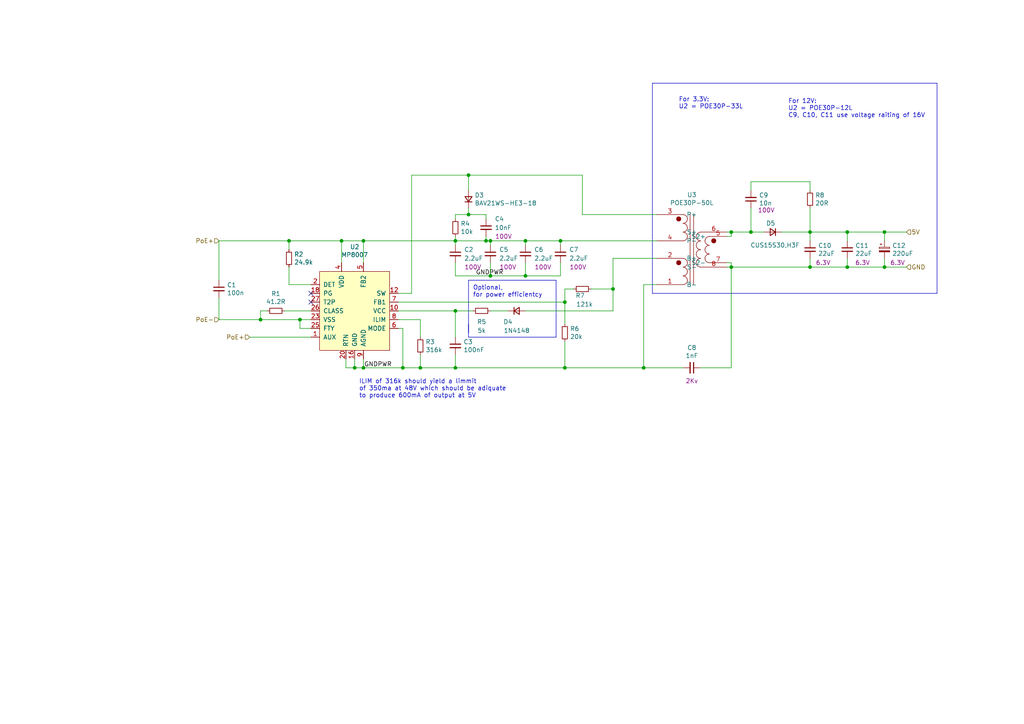
<source format=kicad_sch>
(kicad_sch (version 20230121) (generator eeschema)

  (uuid 6a45789b-3855-401f-8139-3c734f7f52f9)

  (paper "A4")

  (lib_symbols
    (symbol "Device:CP_Small" (pin_numbers hide) (pin_names (offset 0.254) hide) (in_bom yes) (on_board yes)
      (property "Reference" "C" (at 0.254 1.778 0)
        (effects (font (size 1.27 1.27)) (justify left))
      )
      (property "Value" "Device_CP_Small" (at 0.254 -2.032 0)
        (effects (font (size 1.27 1.27)) (justify left))
      )
      (property "Footprint" "" (at 0 0 0)
        (effects (font (size 1.27 1.27)) hide)
      )
      (property "Datasheet" "" (at 0 0 0)
        (effects (font (size 1.27 1.27)) hide)
      )
      (property "ki_fp_filters" "CP_*" (at 0 0 0)
        (effects (font (size 1.27 1.27)) hide)
      )
      (symbol "CP_Small_0_1"
        (rectangle (start -1.524 -0.3048) (end 1.524 -0.6858)
          (stroke (width 0) (type default))
          (fill (type outline))
        )
        (rectangle (start -1.524 0.6858) (end 1.524 0.3048)
          (stroke (width 0) (type default))
          (fill (type none))
        )
        (polyline
          (pts
            (xy -1.27 1.524)
            (xy -0.762 1.524)
          )
          (stroke (width 0) (type default))
          (fill (type none))
        )
        (polyline
          (pts
            (xy -1.016 1.27)
            (xy -1.016 1.778)
          )
          (stroke (width 0) (type default))
          (fill (type none))
        )
      )
      (symbol "CP_Small_1_1"
        (pin passive line (at 0 2.54 270) (length 1.8542)
          (name "~" (effects (font (size 1.27 1.27))))
          (number "1" (effects (font (size 1.27 1.27))))
        )
        (pin passive line (at 0 -2.54 90) (length 1.8542)
          (name "~" (effects (font (size 1.27 1.27))))
          (number "2" (effects (font (size 1.27 1.27))))
        )
      )
    )
    (symbol "Device:C_Small" (pin_numbers hide) (pin_names (offset 0.254) hide) (in_bom yes) (on_board yes)
      (property "Reference" "C" (at 0.254 1.778 0)
        (effects (font (size 1.27 1.27)) (justify left))
      )
      (property "Value" "C_Small" (at 0.254 -2.032 0)
        (effects (font (size 1.27 1.27)) (justify left))
      )
      (property "Footprint" "" (at 0 0 0)
        (effects (font (size 1.27 1.27)) hide)
      )
      (property "Datasheet" "~" (at 0 0 0)
        (effects (font (size 1.27 1.27)) hide)
      )
      (property "ki_keywords" "capacitor cap" (at 0 0 0)
        (effects (font (size 1.27 1.27)) hide)
      )
      (property "ki_description" "Unpolarized capacitor, small symbol" (at 0 0 0)
        (effects (font (size 1.27 1.27)) hide)
      )
      (property "ki_fp_filters" "C_*" (at 0 0 0)
        (effects (font (size 1.27 1.27)) hide)
      )
      (symbol "C_Small_0_1"
        (polyline
          (pts
            (xy -1.524 -0.508)
            (xy 1.524 -0.508)
          )
          (stroke (width 0.3302) (type default))
          (fill (type none))
        )
        (polyline
          (pts
            (xy -1.524 0.508)
            (xy 1.524 0.508)
          )
          (stroke (width 0.3048) (type default))
          (fill (type none))
        )
      )
      (symbol "C_Small_1_1"
        (pin passive line (at 0 2.54 270) (length 2.032)
          (name "~" (effects (font (size 1.27 1.27))))
          (number "1" (effects (font (size 1.27 1.27))))
        )
        (pin passive line (at 0 -2.54 90) (length 2.032)
          (name "~" (effects (font (size 1.27 1.27))))
          (number "2" (effects (font (size 1.27 1.27))))
        )
      )
    )
    (symbol "Device:D_Small" (pin_numbers hide) (pin_names (offset 0.254) hide) (in_bom yes) (on_board yes)
      (property "Reference" "D" (at -1.27 2.032 0)
        (effects (font (size 1.27 1.27)) (justify left))
      )
      (property "Value" "D_Small" (at -3.81 -2.032 0)
        (effects (font (size 1.27 1.27)) (justify left))
      )
      (property "Footprint" "" (at 0 0 90)
        (effects (font (size 1.27 1.27)) hide)
      )
      (property "Datasheet" "~" (at 0 0 90)
        (effects (font (size 1.27 1.27)) hide)
      )
      (property "ki_keywords" "diode" (at 0 0 0)
        (effects (font (size 1.27 1.27)) hide)
      )
      (property "ki_description" "Diode, small symbol" (at 0 0 0)
        (effects (font (size 1.27 1.27)) hide)
      )
      (property "ki_fp_filters" "TO-???* *_Diode_* *SingleDiode* D_*" (at 0 0 0)
        (effects (font (size 1.27 1.27)) hide)
      )
      (symbol "D_Small_0_1"
        (polyline
          (pts
            (xy -0.762 -1.016)
            (xy -0.762 1.016)
          )
          (stroke (width 0.254) (type default))
          (fill (type none))
        )
        (polyline
          (pts
            (xy -0.762 0)
            (xy 0.762 0)
          )
          (stroke (width 0) (type default))
          (fill (type none))
        )
        (polyline
          (pts
            (xy 0.762 -1.016)
            (xy -0.762 0)
            (xy 0.762 1.016)
            (xy 0.762 -1.016)
          )
          (stroke (width 0.254) (type default))
          (fill (type none))
        )
      )
      (symbol "D_Small_1_1"
        (pin passive line (at -2.54 0 0) (length 1.778)
          (name "K" (effects (font (size 1.27 1.27))))
          (number "1" (effects (font (size 1.27 1.27))))
        )
        (pin passive line (at 2.54 0 180) (length 1.778)
          (name "A" (effects (font (size 1.27 1.27))))
          (number "2" (effects (font (size 1.27 1.27))))
        )
      )
    )
    (symbol "Device:R_Small" (pin_numbers hide) (pin_names (offset 0.254) hide) (in_bom yes) (on_board yes)
      (property "Reference" "R" (at 0.762 0.508 0)
        (effects (font (size 1.27 1.27)) (justify left))
      )
      (property "Value" "R_Small" (at 0.762 -1.016 0)
        (effects (font (size 1.27 1.27)) (justify left))
      )
      (property "Footprint" "" (at 0 0 0)
        (effects (font (size 1.27 1.27)) hide)
      )
      (property "Datasheet" "~" (at 0 0 0)
        (effects (font (size 1.27 1.27)) hide)
      )
      (property "ki_keywords" "R resistor" (at 0 0 0)
        (effects (font (size 1.27 1.27)) hide)
      )
      (property "ki_description" "Resistor, small symbol" (at 0 0 0)
        (effects (font (size 1.27 1.27)) hide)
      )
      (property "ki_fp_filters" "R_*" (at 0 0 0)
        (effects (font (size 1.27 1.27)) hide)
      )
      (symbol "R_Small_0_1"
        (rectangle (start -0.762 1.778) (end 0.762 -1.778)
          (stroke (width 0.2032) (type default))
          (fill (type none))
        )
      )
      (symbol "R_Small_1_1"
        (pin passive line (at 0 2.54 270) (length 0.762)
          (name "~" (effects (font (size 1.27 1.27))))
          (number "1" (effects (font (size 1.27 1.27))))
        )
        (pin passive line (at 0 -2.54 90) (length 0.762)
          (name "~" (effects (font (size 1.27 1.27))))
          (number "2" (effects (font (size 1.27 1.27))))
        )
      )
    )
    (symbol "b033:POE70P-50L" (pin_names (offset 1.016)) (in_bom yes) (on_board yes)
      (property "Reference" "U" (at 0 0 0)
        (effects (font (size 1.27 1.27)))
      )
      (property "Value" "POE70P-50L" (at 0 12.7 0)
        (effects (font (size 1.27 1.27)))
      )
      (property "Footprint" "" (at 0 0 0)
        (effects (font (size 1.27 1.27)) hide)
      )
      (property "Datasheet" "" (at 0 0 0)
        (effects (font (size 1.27 1.27)) hide)
      )
      (symbol "POE70P-50L_0_1"
        (circle (center -3.81 -3.81) (radius 0.635)
          (stroke (width 0) (type default))
          (fill (type outline))
        )
        (circle (center -3.81 8.89) (radius 0.635)
          (stroke (width 0) (type default))
          (fill (type outline))
        )
        (circle (center 6.35 2.54) (radius 0.635)
          (stroke (width 0) (type default))
          (fill (type outline))
        )
      )
      (symbol "POE70P-50L_1_1"
        (arc (start -2.54 -10.16) (mid -1.642 -9.788) (end -1.2954 -8.89)
          (stroke (width 0) (type default))
          (fill (type none))
        )
        (arc (start -2.54 -7.62) (mid -1.642 -7.248) (end -1.2954 -6.35)
          (stroke (width 0) (type default))
          (fill (type none))
        )
        (arc (start -2.54 -5.08) (mid -1.642 -4.708) (end -1.2954 -3.81)
          (stroke (width 0) (type default))
          (fill (type none))
        )
        (arc (start -2.54 2.54) (mid -1.642 2.912) (end -1.2954 3.81)
          (stroke (width 0) (type default))
          (fill (type none))
        )
        (arc (start -2.54 5.08) (mid -1.642 5.452) (end -1.2954 6.35)
          (stroke (width 0) (type default))
          (fill (type none))
        )
        (arc (start -2.54 7.62) (mid -1.642 7.992) (end -1.2954 8.89)
          (stroke (width 0) (type default))
          (fill (type none))
        )
        (arc (start -1.2954 -8.89) (mid -1.6599 -8.0099) (end -2.54 -7.6454)
          (stroke (width 0) (type default))
          (fill (type none))
        )
        (arc (start -1.2954 -6.35) (mid -1.6599 -5.4699) (end -2.54 -5.1054)
          (stroke (width 0) (type default))
          (fill (type none))
        )
        (arc (start -1.2954 -3.81) (mid -1.6599 -2.9299) (end -2.54 -2.5654)
          (stroke (width 0) (type default))
          (fill (type none))
        )
        (arc (start -1.2954 3.81) (mid -1.6599 4.6901) (end -2.54 5.0546)
          (stroke (width 0) (type default))
          (fill (type none))
        )
        (arc (start -1.2954 6.35) (mid -1.6599 7.2301) (end -2.54 7.5946)
          (stroke (width 0) (type default))
          (fill (type none))
        )
        (arc (start -1.2954 8.89) (mid -1.6599 9.7701) (end -2.54 10.1346)
          (stroke (width 0) (type default))
          (fill (type none))
        )
        (polyline
          (pts
            (xy -0.508 -10.16)
            (xy -0.508 10.16)
          )
          (stroke (width 0) (type default))
          (fill (type none))
        )
        (polyline
          (pts
            (xy 0.508 10.16)
            (xy 0.508 -10.16)
          )
          (stroke (width 0) (type default))
          (fill (type none))
        )
        (arc (start 1.27 -3.81) (mid 1.642 -4.708) (end 2.54 -5.08)
          (stroke (width 0) (type default))
          (fill (type none))
        )
        (arc (start 1.27 -1.27) (mid 1.642 -2.168) (end 2.54 -2.54)
          (stroke (width 0) (type default))
          (fill (type none))
        )
        (arc (start 1.27 1.27) (mid 1.642 0.372) (end 2.54 0)
          (stroke (width 0) (type default))
          (fill (type none))
        )
        (arc (start 1.27 3.81) (mid 1.642 2.912) (end 2.54 2.54)
          (stroke (width 0) (type default))
          (fill (type none))
        )
        (arc (start 2.54 -2.5654) (mid 1.6599 -2.9299) (end 1.27 -3.81)
          (stroke (width 0) (type default))
          (fill (type none))
        )
        (arc (start 2.54 -0.0254) (mid 1.6599 -0.3899) (end 1.27 -1.27)
          (stroke (width 0) (type default))
          (fill (type none))
        )
        (arc (start 2.54 2.5146) (mid 1.6599 2.1501) (end 1.27 1.27)
          (stroke (width 0) (type default))
          (fill (type none))
        )
        (arc (start 2.54 5.0546) (mid 1.6599 4.6901) (end 1.27 3.81)
          (stroke (width 0) (type default))
          (fill (type none))
        )
        (arc (start 3.81 -2.54) (mid 4.182 -3.438) (end 5.08 -3.81)
          (stroke (width 0) (type default))
          (fill (type none))
        )
        (arc (start 3.81 0) (mid 4.182 -0.898) (end 5.08 -1.27)
          (stroke (width 0) (type default))
          (fill (type none))
        )
        (arc (start 3.81 2.54) (mid 4.182 1.642) (end 5.08 1.27)
          (stroke (width 0) (type default))
          (fill (type none))
        )
        (arc (start 5.08 -1.2954) (mid 4.1999 -1.6599) (end 3.81 -2.54)
          (stroke (width 0) (type default))
          (fill (type none))
        )
        (arc (start 5.08 1.2446) (mid 4.1999 0.8801) (end 3.81 0)
          (stroke (width 0) (type default))
          (fill (type none))
        )
        (arc (start 5.08 3.7846) (mid 4.1999 3.4201) (end 3.81 2.54)
          (stroke (width 0) (type default))
          (fill (type none))
        )
        (pin passive line (at -10.16 -10.16 0) (length 7.62)
          (name "B-" (effects (font (size 1.27 1.27))))
          (number "1" (effects (font (size 1.27 1.27))))
        )
        (pin passive line (at -10.16 -2.54 0) (length 7.62)
          (name "B+" (effects (font (size 1.27 1.27))))
          (number "2" (effects (font (size 1.27 1.27))))
        )
        (pin passive line (at -10.16 10.16 0) (length 7.62)
          (name "P+" (effects (font (size 1.27 1.27))))
          (number "3" (effects (font (size 1.27 1.27))))
        )
        (pin passive line (at -10.16 2.54 0) (length 7.62)
          (name "P-" (effects (font (size 1.27 1.27))))
          (number "4" (effects (font (size 1.27 1.27))))
        )
        (pin passive line (at 10.16 3.81 180) (length 5.08)
          (name "S2+" (effects (font (size 1.27 1.27))))
          (number "5" (effects (font (size 1.27 1.27))))
        )
        (pin passive line (at 10.16 5.08 180) (length 7.62)
          (name "S+" (effects (font (size 1.27 1.27))))
          (number "6" (effects (font (size 1.27 1.27))))
        )
        (pin passive line (at 10.16 -3.81 180) (length 5.08)
          (name "S2-" (effects (font (size 1.27 1.27))))
          (number "7" (effects (font (size 1.27 1.27))))
        )
        (pin passive line (at 10.16 -5.08 180) (length 7.62)
          (name "S-" (effects (font (size 1.27 1.27))))
          (number "8" (effects (font (size 1.27 1.27))))
        )
      )
    )
    (symbol "board-rescue:MP8007-local" (pin_names (offset 1.016)) (in_bom yes) (on_board yes)
      (property "Reference" "U" (at -5.08 11.43 0)
        (effects (font (size 1.27 1.27)))
      )
      (property "Value" "board-rescue_MP8007-local" (at -1.27 -13.97 0)
        (effects (font (size 1.27 1.27)))
      )
      (property "Footprint" "" (at -5.08 11.43 0)
        (effects (font (size 1.27 1.27)) hide)
      )
      (property "Datasheet" "" (at -5.08 11.43 0)
        (effects (font (size 1.27 1.27)) hide)
      )
      (symbol "MP8007-local_0_1"
        (rectangle (start -6.35 10.16) (end 13.97 -12.7)
          (stroke (width 0) (type default))
          (fill (type background))
        )
      )
      (symbol "MP8007-local_1_1"
        (pin input line (at -8.89 -8.89 0) (length 2.54)
          (name "AUX" (effects (font (size 1.27 1.27))))
          (number "1" (effects (font (size 1.27 1.27))))
        )
        (pin input line (at 16.51 -1.27 180) (length 2.54)
          (name "VCC" (effects (font (size 1.27 1.27))))
          (number "10" (effects (font (size 1.27 1.27))))
        )
        (pin input line (at 16.51 3.81 180) (length 2.54)
          (name "SW" (effects (font (size 1.27 1.27))))
          (number "12" (effects (font (size 1.27 1.27))))
        )
        (pin input line (at 16.51 3.81 180) (length 2.54) hide
          (name "~" (effects (font (size 1.27 1.27))))
          (number "13" (effects (font (size 1.27 1.27))))
        )
        (pin input line (at 3.81 -15.24 90) (length 2.54)
          (name "GND" (effects (font (size 1.27 1.27))))
          (number "16" (effects (font (size 1.27 1.27))))
        )
        (pin input line (at 3.81 -15.24 90) (length 2.54) hide
          (name "~" (effects (font (size 1.27 1.27))))
          (number "17" (effects (font (size 1.27 1.27))))
        )
        (pin input line (at -8.89 3.81 0) (length 2.54)
          (name "PG" (effects (font (size 1.27 1.27))))
          (number "18" (effects (font (size 1.27 1.27))))
        )
        (pin input line (at -8.89 6.35 0) (length 2.54)
          (name "DET" (effects (font (size 1.27 1.27))))
          (number "2" (effects (font (size 1.27 1.27))))
        )
        (pin input line (at 1.27 -15.24 90) (length 2.54)
          (name "RTN" (effects (font (size 1.27 1.27))))
          (number "20" (effects (font (size 1.27 1.27))))
        )
        (pin input line (at 1.27 -15.24 90) (length 2.54) hide
          (name "~" (effects (font (size 1.27 1.27))))
          (number "21" (effects (font (size 1.27 1.27))))
        )
        (pin input line (at -8.89 -3.81 0) (length 2.54)
          (name "VSS" (effects (font (size 1.27 1.27))))
          (number "23" (effects (font (size 1.27 1.27))))
        )
        (pin input line (at -8.89 -3.81 0) (length 2.54) hide
          (name "~" (effects (font (size 1.27 1.27))))
          (number "24" (effects (font (size 1.27 1.27))))
        )
        (pin input line (at -8.89 -6.35 0) (length 2.54)
          (name "FTY" (effects (font (size 1.27 1.27))))
          (number "25" (effects (font (size 1.27 1.27))))
        )
        (pin input line (at -8.89 -1.27 0) (length 2.54)
          (name "CLASS" (effects (font (size 1.27 1.27))))
          (number "26" (effects (font (size 1.27 1.27))))
        )
        (pin input line (at -8.89 1.27 0) (length 2.54)
          (name "T2P" (effects (font (size 1.27 1.27))))
          (number "27" (effects (font (size 1.27 1.27))))
        )
        (pin input line (at 3.81 -15.24 90) (length 2.54) hide
          (name "GND" (effects (font (size 1.27 1.27))))
          (number "29" (effects (font (size 1.27 1.27))))
        )
        (pin input line (at 0 12.7 270) (length 2.54)
          (name "VDD" (effects (font (size 1.27 1.27))))
          (number "4" (effects (font (size 1.27 1.27))))
        )
        (pin input line (at 6.35 12.7 270) (length 2.54)
          (name "FB2" (effects (font (size 1.27 1.27))))
          (number "5" (effects (font (size 1.27 1.27))))
        )
        (pin input line (at 16.51 -6.35 180) (length 2.54)
          (name "MODE" (effects (font (size 1.27 1.27))))
          (number "6" (effects (font (size 1.27 1.27))))
        )
        (pin input line (at 16.51 1.27 180) (length 2.54)
          (name "FB1" (effects (font (size 1.27 1.27))))
          (number "7" (effects (font (size 1.27 1.27))))
        )
        (pin input line (at 16.51 -3.81 180) (length 2.54)
          (name "ILIM" (effects (font (size 1.27 1.27))))
          (number "8" (effects (font (size 1.27 1.27))))
        )
        (pin input line (at 6.35 -15.24 90) (length 2.54)
          (name "AGND" (effects (font (size 1.27 1.27))))
          (number "9" (effects (font (size 1.27 1.27))))
        )
      )
    )
  )

  (junction (at 256.54 77.47) (diameter 0) (color 0 0 0 0)
    (uuid 057af6bb-cf6f-4bfb-b0c0-2e92a2c09a47)
  )
  (junction (at 234.95 77.47) (diameter 0) (color 0 0 0 0)
    (uuid 0ce8d3ab-2662-4158-8a2a-18b782908fc5)
  )
  (junction (at 142.24 69.85) (diameter 0) (color 0 0 0 0)
    (uuid 0ff508fd-18da-4ab7-9844-3c8a28c2587e)
  )
  (junction (at 132.08 90.17) (diameter 0) (color 0 0 0 0)
    (uuid 11a82611-b845-4333-a24e-b2ad6a8131a0)
  )
  (junction (at 142.24 80.01) (diameter 0) (color 0 0 0 0)
    (uuid 16bd6381-8ac0-4bf2-9dce-ecc20c724b8d)
  )
  (junction (at 102.87 106.68) (diameter 0) (color 0 0 0 0)
    (uuid 240e07e1-770b-4b27-894f-29fd601c924d)
  )
  (junction (at 132.08 106.68) (diameter 0) (color 0 0 0 0)
    (uuid 3b7cfda6-4679-4e99-854d-11e7f503b315)
  )
  (junction (at 132.08 69.85) (diameter 0) (color 0 0 0 0)
    (uuid 40165eda-4ba6-4565-9bb4-b9df6dbb08da)
  )
  (junction (at 105.41 106.68) (diameter 0) (color 0 0 0 0)
    (uuid 4a4ec8d9-3d72-4952-83d4-808f65849a2b)
  )
  (junction (at 163.83 106.68) (diameter 0) (color 0 0 0 0)
    (uuid 520848c9-07c5-4c55-928f-97058af72a92)
  )
  (junction (at 152.4 80.01) (diameter 0) (color 0 0 0 0)
    (uuid 60dcd1fe-7079-4cb8-b509-04558ccf5097)
  )
  (junction (at 105.41 69.85) (diameter 0) (color 0 0 0 0)
    (uuid 63ff1c93-3f96-4c33-b498-5dd8c33bccc0)
  )
  (junction (at 75.565 92.71) (diameter 0) (color 0 0 0 0)
    (uuid 6441b183-b8f2-458f-a23d-60e2b1f66dd6)
  )
  (junction (at 162.56 69.85) (diameter 0) (color 0 0 0 0)
    (uuid 70e15522-1572-4451-9c0d-6d36ac70d8c6)
  )
  (junction (at 256.54 67.31) (diameter 0) (color 0 0 0 0)
    (uuid 7b044939-8c4d-444f-b9e0-a15fcdeb5a86)
  )
  (junction (at 212.09 77.47) (diameter 0) (color 0 0 0 0)
    (uuid 7f52d787-caa3-4a92-b1b2-19d554dc29a4)
  )
  (junction (at 212.09 67.31) (diameter 0) (color 0 0 0 0)
    (uuid 8087f566-a94d-4bbc-985b-e49ee7762296)
  )
  (junction (at 163.83 87.63) (diameter 0) (color 0 0 0 0)
    (uuid 91f39f89-5780-45fb-a921-225d78f7cfb8)
  )
  (junction (at 177.8 83.82) (diameter 0) (color 0 0 0 0)
    (uuid 9ae2a8ba-8e15-47c3-8e54-7b5a4d168d3a)
  )
  (junction (at 217.805 67.31) (diameter 0) (color 0 0 0 0)
    (uuid 9b3c58a7-a9b9-4498-abc0-f9f43e4f0292)
  )
  (junction (at 86.995 92.71) (diameter 0) (color 0 0 0 0)
    (uuid 9bb20359-0f8b-45bc-9d38-6626ed3a939d)
  )
  (junction (at 234.95 67.31) (diameter 0) (color 0 0 0 0)
    (uuid a9b3f6e4-7a6d-4ae8-ad28-3d8458e0ca1a)
  )
  (junction (at 121.92 106.68) (diameter 0) (color 0 0 0 0)
    (uuid ae5fe6fe-bc7c-4b65-bb00-379280d9763c)
  )
  (junction (at 140.97 69.85) (diameter 0) (color 0 0 0 0)
    (uuid af80deb4-0879-4ca7-9550-e2fc0ae9ca21)
  )
  (junction (at 83.82 69.85) (diameter 0) (color 0 0 0 0)
    (uuid b71636c1-4132-48e3-9204-739dec873f8e)
  )
  (junction (at 245.745 77.47) (diameter 0) (color 0 0 0 0)
    (uuid be645d0f-8568-47a0-a152-e3ddd33563eb)
  )
  (junction (at 99.06 69.85) (diameter 0) (color 0 0 0 0)
    (uuid c01d25cd-f4bb-4ef3-b5ea-533a2a4ddb2b)
  )
  (junction (at 152.4 69.85) (diameter 0) (color 0 0 0 0)
    (uuid c332fa55-4168-4f55-88a5-f82c7c21040b)
  )
  (junction (at 135.89 62.23) (diameter 0) (color 0 0 0 0)
    (uuid c830e3bc-dc64-4f65-8f47-3b106bae2807)
  )
  (junction (at 135.89 50.8) (diameter 0) (color 0 0 0 0)
    (uuid d5641ac9-9be7-46bf-90b3-6c83d852b5ba)
  )
  (junction (at 245.745 67.31) (diameter 0) (color 0 0 0 0)
    (uuid d5b800ca-1ab6-4b66-b5f7-2dda5658b504)
  )
  (junction (at 116.84 106.68) (diameter 0) (color 0 0 0 0)
    (uuid ea0cd904-4205-44ba-9130-cda7eaafed19)
  )
  (junction (at 186.69 106.68) (diameter 0) (color 0 0 0 0)
    (uuid ec5c2062-3a41-4636-8803-069e60a1641a)
  )

  (no_connect (at 90.17 87.63) (uuid 852dabbf-de45-4470-8176-59d37a754407))
  (no_connect (at 90.17 85.09) (uuid b5352a33-563a-4ffe-a231-2e68fb54afa3))

  (wire (pts (xy 102.87 106.68) (xy 100.33 106.68))
    (stroke (width 0) (type default))
    (uuid 003c2200-0632-4808-a662-8ddd5d30c768)
  )
  (wire (pts (xy 186.69 82.55) (xy 190.5 82.55))
    (stroke (width 0) (type default))
    (uuid 01e9b6e7-adf9-4ee7-9447-a588630ee4a2)
  )
  (wire (pts (xy 132.08 90.17) (xy 137.16 90.17))
    (stroke (width 0) (type default))
    (uuid 02cbc65e-0f6f-4a8d-af09-ce19c898a947)
  )
  (wire (pts (xy 256.54 69.85) (xy 256.54 67.31))
    (stroke (width 0) (type default))
    (uuid 0325ec43-0390-4ae2-b055-b1ec6ce17b1c)
  )
  (wire (pts (xy 63.5 69.85) (xy 63.5 81.28))
    (stroke (width 0) (type default))
    (uuid 03c52831-5dc5-43c5-a442-8d23643b46fb)
  )
  (wire (pts (xy 132.08 80.01) (xy 142.24 80.01))
    (stroke (width 0) (type default))
    (uuid 0755aee5-bc01-4cb5-b830-583289df50a3)
  )
  (polyline (pts (xy 135.89 96.52) (xy 135.89 81.28))
    (stroke (width 0) (type default))
    (uuid 09e8f97a-12e9-485f-89f2-0980acdfb3f6)
  )

  (wire (pts (xy 166.37 83.82) (xy 163.83 83.82))
    (stroke (width 0) (type default))
    (uuid 0ec0fce1-a505-4223-8032-dc820da65700)
  )
  (wire (pts (xy 212.09 77.47) (xy 234.95 77.47))
    (stroke (width 0) (type default))
    (uuid 101ef598-601d-400e-9ef6-d655fbb1dbfa)
  )
  (wire (pts (xy 152.4 90.17) (xy 177.8 90.17))
    (stroke (width 0) (type default))
    (uuid 15f7d860-bc3a-4f74-81bf-aef3a6d89b19)
  )
  (wire (pts (xy 132.08 90.17) (xy 132.08 97.79))
    (stroke (width 0) (type default))
    (uuid 184c5f4f-80ff-4c30-8cb0-d3d23ffa6502)
  )
  (wire (pts (xy 115.57 87.63) (xy 163.83 87.63))
    (stroke (width 0) (type default))
    (uuid 1922e0f8-88da-4cca-959b-702ec5419469)
  )
  (wire (pts (xy 83.82 82.55) (xy 90.17 82.55))
    (stroke (width 0) (type default))
    (uuid 1bf544e3-5940-4576-9291-2464e95c0ee2)
  )
  (wire (pts (xy 135.89 55.245) (xy 135.89 50.8))
    (stroke (width 0) (type default))
    (uuid 1e8701fc-ad24-40ea-846a-e3db538d6077)
  )
  (wire (pts (xy 217.805 55.245) (xy 217.805 52.705))
    (stroke (width 0) (type default))
    (uuid 20c315f4-1e4f-49aa-8d61-778a7389df7e)
  )
  (wire (pts (xy 135.89 62.23) (xy 140.97 62.23))
    (stroke (width 0) (type default))
    (uuid 25d545dc-8f50-4573-922c-35ef5a2a3a19)
  )
  (wire (pts (xy 234.95 77.47) (xy 245.745 77.47))
    (stroke (width 0) (type default))
    (uuid 29195ea4-8218-44a1-b4bf-466bee0082e4)
  )
  (wire (pts (xy 63.5 86.36) (xy 63.5 92.71))
    (stroke (width 0) (type default))
    (uuid 29e78086-2175-405e-9ba3-c48766d2f50c)
  )
  (wire (pts (xy 86.995 92.71) (xy 90.17 92.71))
    (stroke (width 0) (type default))
    (uuid 2d210a96-f81f-42a9-8bf4-1b43c11086f3)
  )
  (wire (pts (xy 163.83 99.06) (xy 163.83 106.68))
    (stroke (width 0) (type default))
    (uuid 2d67a417-188f-4014-9282-000265d80009)
  )
  (wire (pts (xy 63.5 69.85) (xy 83.82 69.85))
    (stroke (width 0) (type default))
    (uuid 2d6db888-4e40-41c8-b701-07170fc894bc)
  )
  (wire (pts (xy 115.57 95.25) (xy 116.84 95.25))
    (stroke (width 0) (type default))
    (uuid 2ef76171-d74b-42f3-bc52-b28af8f62e15)
  )
  (wire (pts (xy 168.91 62.23) (xy 190.5 62.23))
    (stroke (width 0) (type default))
    (uuid 2f215f15-3d52-4c91-93e6-3ea03a95622f)
  )
  (wire (pts (xy 75.565 92.71) (xy 86.995 92.71))
    (stroke (width 0) (type default))
    (uuid 31e08896-1992-4725-96d9-9d2728bca7a3)
  )
  (wire (pts (xy 142.24 69.85) (xy 140.97 69.85))
    (stroke (width 0) (type default))
    (uuid 378af8b4-af3d-46e7-89ae-deff12ca9067)
  )
  (wire (pts (xy 210.82 68.58) (xy 212.09 68.58))
    (stroke (width 0) (type default))
    (uuid 3a52f112-cb97-43db-aaeb-20afe27664d7)
  )
  (wire (pts (xy 105.41 104.14) (xy 105.41 106.68))
    (stroke (width 0) (type default))
    (uuid 3acc6506-d57a-4e0c-8eec-c18172009809)
  )
  (wire (pts (xy 171.45 83.82) (xy 177.8 83.82))
    (stroke (width 0) (type default))
    (uuid 3b7947da-a593-4da0-9047-c53311bda4f3)
  )
  (wire (pts (xy 121.92 92.71) (xy 121.92 97.79))
    (stroke (width 0) (type default))
    (uuid 405e0c99-b2ba-48eb-993b-80b1aef1e013)
  )
  (wire (pts (xy 132.08 102.87) (xy 132.08 106.68))
    (stroke (width 0) (type default))
    (uuid 40d91498-f33b-4c20-8cae-6cbc1f0b07e9)
  )
  (wire (pts (xy 221.615 67.31) (xy 217.805 67.31))
    (stroke (width 0) (type default))
    (uuid 41acfe41-fac7-432a-a7a3-946566e2d504)
  )
  (wire (pts (xy 142.24 90.17) (xy 147.32 90.17))
    (stroke (width 0) (type default))
    (uuid 46b0148d-e2a0-406f-ad59-69dc93d08a5e)
  )
  (wire (pts (xy 162.56 76.2) (xy 162.56 80.01))
    (stroke (width 0) (type default))
    (uuid 4a21e717-d46d-4d9e-8b98-af4ecb02d3ec)
  )
  (wire (pts (xy 86.995 95.25) (xy 90.17 95.25))
    (stroke (width 0) (type default))
    (uuid 4c8eb964-bdf4-44de-90e9-e2ab82dd5313)
  )
  (wire (pts (xy 186.69 106.68) (xy 186.69 82.55))
    (stroke (width 0) (type default))
    (uuid 4f66b314-0f62-4fb6-8c3c-f9c6a75cd3ec)
  )
  (wire (pts (xy 132.08 76.2) (xy 132.08 80.01))
    (stroke (width 0) (type default))
    (uuid 4fb21471-41be-4be8-9687-66030f97befc)
  )
  (wire (pts (xy 115.57 85.09) (xy 119.38 85.09))
    (stroke (width 0) (type default))
    (uuid 4fd5280c-0e61-4fd6-9080-fa30f092297c)
  )
  (wire (pts (xy 256.54 67.31) (xy 262.89 67.31))
    (stroke (width 0) (type default))
    (uuid 576c6616-e95d-4f1e-8ead-dea30fcdc8c2)
  )
  (polyline (pts (xy 161.29 81.28) (xy 161.29 97.79))
    (stroke (width 0) (type default))
    (uuid 5aa71689-c092-443f-bb7e-e0bcc073ced1)
  )

  (wire (pts (xy 163.83 106.68) (xy 186.69 106.68))
    (stroke (width 0) (type default))
    (uuid 5b9c68d3-8634-4be7-8356-150252d07d5a)
  )
  (wire (pts (xy 198.12 106.68) (xy 186.69 106.68))
    (stroke (width 0) (type default))
    (uuid 5edcefbe-9766-42c8-9529-28d0ec865573)
  )
  (wire (pts (xy 163.83 87.63) (xy 163.83 93.98))
    (stroke (width 0) (type default))
    (uuid 5f0f3e5a-d243-4e89-b297-44d5ee1f2875)
  )
  (wire (pts (xy 168.91 50.8) (xy 168.91 62.23))
    (stroke (width 0) (type default))
    (uuid 61fe293f-6808-4b7f-9340-9aaac7054a97)
  )
  (wire (pts (xy 210.82 77.47) (xy 212.09 77.47))
    (stroke (width 0) (type default))
    (uuid 65134029-dbd2-409a-85a8-13c2a33ff019)
  )
  (wire (pts (xy 72.39 97.79) (xy 90.17 97.79))
    (stroke (width 0) (type default))
    (uuid 66043bca-a260-4915-9fce-8a51d324c687)
  )
  (wire (pts (xy 152.4 69.85) (xy 142.24 69.85))
    (stroke (width 0) (type default))
    (uuid 68877d35-b796-44db-9124-b8e744e7412e)
  )
  (polyline (pts (xy 189.23 24.13) (xy 271.78 24.13))
    (stroke (width 0) (type default))
    (uuid 7403e69e-3d33-49cf-adbd-0964e91897c3)
  )

  (wire (pts (xy 83.82 69.85) (xy 99.06 69.85))
    (stroke (width 0) (type default))
    (uuid 78675a7c-978a-406e-826c-fcfa59ff4723)
  )
  (wire (pts (xy 234.95 67.31) (xy 245.745 67.31))
    (stroke (width 0) (type default))
    (uuid 7a4ce4b3-518a-4819-b8b2-5127b3347c64)
  )
  (wire (pts (xy 83.82 72.39) (xy 83.82 69.85))
    (stroke (width 0) (type default))
    (uuid 7aed3a71-054b-4aaa-9c0a-030523c32827)
  )
  (polyline (pts (xy 135.89 81.28) (xy 161.29 81.28))
    (stroke (width 0) (type default))
    (uuid 7c43f979-cf52-40c1-b925-c13f4533bb6c)
  )

  (wire (pts (xy 115.57 90.17) (xy 132.08 90.17))
    (stroke (width 0) (type default))
    (uuid 7d9ac997-beef-4d99-b925-723c3b2719d1)
  )
  (wire (pts (xy 132.08 69.85) (xy 105.41 69.85))
    (stroke (width 0) (type default))
    (uuid 7e023245-2c2b-4e2b-bfb9-5d35176e88f2)
  )
  (wire (pts (xy 217.805 52.705) (xy 234.95 52.705))
    (stroke (width 0) (type default))
    (uuid 7e0a03ae-d054-4f76-a131-5c09b8dc1636)
  )
  (wire (pts (xy 152.4 71.12) (xy 152.4 69.85))
    (stroke (width 0) (type default))
    (uuid 7e20a38c-bfc6-4ad1-914f-16f85f69a7af)
  )
  (wire (pts (xy 100.33 106.68) (xy 100.33 104.14))
    (stroke (width 0) (type default))
    (uuid 7edc9030-db7b-43ac-a1b3-b87eeacb4c2d)
  )
  (wire (pts (xy 210.82 76.2) (xy 212.09 76.2))
    (stroke (width 0) (type default))
    (uuid 7f2301df-e4bc-479e-a681-cc59c9a2dbbb)
  )
  (wire (pts (xy 82.55 90.17) (xy 90.17 90.17))
    (stroke (width 0) (type default))
    (uuid 80094b70-85ab-4ff6-934b-60d5ee65023a)
  )
  (wire (pts (xy 203.2 106.68) (xy 212.09 106.68))
    (stroke (width 0) (type default))
    (uuid 81a15393-727e-448b-a777-b18773023d89)
  )
  (wire (pts (xy 177.8 74.93) (xy 190.5 74.93))
    (stroke (width 0) (type default))
    (uuid 834a6e88-a667-436c-8984-968d3dc6b5ab)
  )
  (wire (pts (xy 116.84 106.68) (xy 121.92 106.68))
    (stroke (width 0) (type default))
    (uuid 83cb2ffc-60c9-4193-95f5-e7ed231736d0)
  )
  (wire (pts (xy 142.24 76.2) (xy 142.24 80.01))
    (stroke (width 0) (type default))
    (uuid 85b7594c-358f-454b-b2ad-dd0b1d67ed76)
  )
  (wire (pts (xy 142.24 71.12) (xy 142.24 69.85))
    (stroke (width 0) (type default))
    (uuid 88a9e4a5-097e-4bcc-9933-97e526fca940)
  )
  (wire (pts (xy 132.08 68.58) (xy 132.08 69.85))
    (stroke (width 0) (type default))
    (uuid 8c6a821f-8e19-48f3-8f44-9b340f7689bc)
  )
  (polyline (pts (xy 135.89 93.98) (xy 135.89 97.79))
    (stroke (width 0) (type default))
    (uuid 9049abed-26e4-4d24-af33-8f164e007eaf)
  )

  (wire (pts (xy 256.54 77.47) (xy 262.89 77.47))
    (stroke (width 0) (type default))
    (uuid 935f462d-8b1e-4005-9f1e-17f537ab1756)
  )
  (wire (pts (xy 63.5 92.71) (xy 75.565 92.71))
    (stroke (width 0) (type default))
    (uuid 94a873dc-af67-4ef9-8159-1f7c93eeb3d7)
  )
  (wire (pts (xy 162.56 71.12) (xy 162.56 69.85))
    (stroke (width 0) (type default))
    (uuid 958855b3-4fb1-4f0f-8144-522f8724af42)
  )
  (wire (pts (xy 212.09 67.31) (xy 210.82 67.31))
    (stroke (width 0) (type default))
    (uuid 98c78427-acd5-4f90-9ad6-9f61c4809aec)
  )
  (wire (pts (xy 163.83 83.82) (xy 163.83 87.63))
    (stroke (width 0) (type default))
    (uuid 98cdc14d-19b8-4927-9f66-8921cdc35ab3)
  )
  (polyline (pts (xy 161.29 97.79) (xy 135.89 97.79))
    (stroke (width 0) (type default))
    (uuid 9a341c98-b4b7-4785-85e6-befff8f88490)
  )

  (wire (pts (xy 105.41 69.85) (xy 105.41 76.2))
    (stroke (width 0) (type default))
    (uuid 9b0a1687-7e1b-4a04-a30b-c27a072a2949)
  )
  (wire (pts (xy 190.5 69.85) (xy 162.56 69.85))
    (stroke (width 0) (type default))
    (uuid 9e1b837f-0d34-4a18-9644-9ee68f141f46)
  )
  (wire (pts (xy 99.06 69.85) (xy 99.06 76.2))
    (stroke (width 0) (type default))
    (uuid a1823eb2-fb0d-4ed8-8b96-04184ac3a9d5)
  )
  (wire (pts (xy 116.84 95.25) (xy 116.84 106.68))
    (stroke (width 0) (type default))
    (uuid a1deb9ae-28f6-4ee3-a544-965dcf68026c)
  )
  (wire (pts (xy 212.09 106.68) (xy 212.09 77.47))
    (stroke (width 0) (type default))
    (uuid a4f86a46-3bc8-4daa-9125-a63f297eb114)
  )
  (wire (pts (xy 142.24 80.01) (xy 152.4 80.01))
    (stroke (width 0) (type default))
    (uuid a5cd8da1-8f7f-4f80-bb23-0317de562222)
  )
  (wire (pts (xy 226.695 67.31) (xy 234.95 67.31))
    (stroke (width 0) (type default))
    (uuid a6b7df29-bcf8-46a9-b623-7eaac47f5110)
  )
  (wire (pts (xy 212.09 76.2) (xy 212.09 77.47))
    (stroke (width 0) (type default))
    (uuid a8447faf-e0a0-4c4a-ae53-4d4b28669151)
  )
  (wire (pts (xy 86.995 95.25) (xy 86.995 92.71))
    (stroke (width 0) (type default))
    (uuid aa14c3bd-4acc-4908-9d28-228585a22a9d)
  )
  (wire (pts (xy 177.8 74.93) (xy 177.8 83.82))
    (stroke (width 0) (type default))
    (uuid aadded19-c3e5-4f16-bdee-518ec29536e9)
  )
  (wire (pts (xy 140.97 62.23) (xy 140.97 63.5))
    (stroke (width 0) (type default))
    (uuid aca4de92-9c41-4c2b-9afa-540d02dafa1c)
  )
  (wire (pts (xy 234.95 74.93) (xy 234.95 77.47))
    (stroke (width 0) (type default))
    (uuid b0906e10-2fbc-4309-a8b4-6fc4cd1a5490)
  )
  (wire (pts (xy 245.745 77.47) (xy 256.54 77.47))
    (stroke (width 0) (type default))
    (uuid bd9595a1-04f3-4fda-8f1b-e65ad874edd3)
  )
  (wire (pts (xy 75.565 90.17) (xy 75.565 92.71))
    (stroke (width 0) (type default))
    (uuid bfc0aadc-38cf-466e-a642-68fdc3138c78)
  )
  (wire (pts (xy 83.82 77.47) (xy 83.82 82.55))
    (stroke (width 0) (type default))
    (uuid c0515cd2-cdaa-467e-8354-0f6eadfa35c9)
  )
  (polyline (pts (xy 189.23 85.09) (xy 189.23 24.13))
    (stroke (width 0) (type default))
    (uuid c0925387-6865-4ae1-b5ee-15109c7a9020)
  )

  (wire (pts (xy 217.805 60.325) (xy 217.805 67.31))
    (stroke (width 0) (type default))
    (uuid c094494a-f6f7-43fc-a007-4951484ddf3a)
  )
  (wire (pts (xy 135.89 50.8) (xy 168.91 50.8))
    (stroke (width 0) (type default))
    (uuid c25a772d-af9c-4ebc-96f6-0966738c13a8)
  )
  (wire (pts (xy 135.89 60.325) (xy 135.89 62.23))
    (stroke (width 0) (type default))
    (uuid c43663ee-9a0d-4f27-a292-89ba89964065)
  )
  (wire (pts (xy 140.97 68.58) (xy 140.97 69.85))
    (stroke (width 0) (type default))
    (uuid c4d95c86-0913-42dc-bd75-e714c9e905f1)
  )
  (wire (pts (xy 152.4 80.01) (xy 162.56 80.01))
    (stroke (width 0) (type default))
    (uuid c5eb1e4c-ce83-470e-8f32-e20ff1f886a3)
  )
  (wire (pts (xy 132.08 71.12) (xy 132.08 69.85))
    (stroke (width 0) (type default))
    (uuid c5f9e977-5650-4f39-a99f-1e7408b8c4ec)
  )
  (wire (pts (xy 115.57 92.71) (xy 121.92 92.71))
    (stroke (width 0) (type default))
    (uuid c67e2e6a-0dd2-4056-8c4c-585185ba555c)
  )
  (wire (pts (xy 132.08 69.85) (xy 140.97 69.85))
    (stroke (width 0) (type default))
    (uuid c6b7f1cc-7660-4bab-9d51-2290dbfc44a2)
  )
  (wire (pts (xy 245.745 67.31) (xy 256.54 67.31))
    (stroke (width 0) (type default))
    (uuid c9667181-b3c7-4b01-b8b4-baa29a9aea63)
  )
  (wire (pts (xy 105.41 106.68) (xy 116.84 106.68))
    (stroke (width 0) (type default))
    (uuid ca87f11b-5f48-4b57-8535-68d3ec2fe5a9)
  )
  (polyline (pts (xy 189.23 85.09) (xy 271.78 85.09))
    (stroke (width 0) (type default))
    (uuid cb0a5506-fec4-41e5-a3a8-562c08b58d0a)
  )

  (wire (pts (xy 256.54 74.93) (xy 256.54 77.47))
    (stroke (width 0) (type default))
    (uuid cb16d05e-318b-4e51-867b-70d791d75bea)
  )
  (polyline (pts (xy 271.78 24.13) (xy 271.78 85.09))
    (stroke (width 0) (type default))
    (uuid cbaf86fe-97dd-4c35-aede-e7578ee9c14b)
  )

  (wire (pts (xy 105.41 106.68) (xy 102.87 106.68))
    (stroke (width 0) (type default))
    (uuid cbd8faed-e1f8-4406-87c8-58b2c504a5d4)
  )
  (wire (pts (xy 177.8 90.17) (xy 177.8 83.82))
    (stroke (width 0) (type default))
    (uuid cd5ca5b8-cc80-41d4-bb88-5a2721319398)
  )
  (wire (pts (xy 121.92 102.87) (xy 121.92 106.68))
    (stroke (width 0) (type default))
    (uuid cdd0fa06-b499-4938-bc40-064af7717318)
  )
  (wire (pts (xy 245.745 69.85) (xy 245.745 67.31))
    (stroke (width 0) (type default))
    (uuid cff34251-839c-4da9-a0ad-85d0fc4e32af)
  )
  (wire (pts (xy 234.95 69.85) (xy 234.95 67.31))
    (stroke (width 0) (type default))
    (uuid d0fb0864-e79b-4bdc-8e8e-eed0cabe6d56)
  )
  (wire (pts (xy 77.47 90.17) (xy 75.565 90.17))
    (stroke (width 0) (type default))
    (uuid d4a1d3c4-b315-4bec-9220-d12a9eab51e0)
  )
  (wire (pts (xy 234.95 52.705) (xy 234.95 55.245))
    (stroke (width 0) (type default))
    (uuid d6fb27cf-362d-4568-967c-a5bf49d5931b)
  )
  (wire (pts (xy 132.08 62.23) (xy 135.89 62.23))
    (stroke (width 0) (type default))
    (uuid d7269d2a-b8c0-422d-8f25-f79ea31bf75e)
  )
  (wire (pts (xy 234.95 60.325) (xy 234.95 67.31))
    (stroke (width 0) (type default))
    (uuid d9c6d5d2-0b49-49ba-a970-cd2c32f74c54)
  )
  (wire (pts (xy 162.56 69.85) (xy 152.4 69.85))
    (stroke (width 0) (type default))
    (uuid dde51ae5-b215-445e-92bb-4a12ec410531)
  )
  (wire (pts (xy 119.38 85.09) (xy 119.38 50.8))
    (stroke (width 0) (type default))
    (uuid de5a8b6e-17a7-4a5c-87ac-8acf812bc9a8)
  )
  (wire (pts (xy 102.87 104.14) (xy 102.87 106.68))
    (stroke (width 0) (type default))
    (uuid e1923917-99c7-4106-85f8-b52f25c50401)
  )
  (wire (pts (xy 119.38 50.8) (xy 135.89 50.8))
    (stroke (width 0) (type default))
    (uuid e229fe13-73d2-4649-b586-ad38ab331693)
  )
  (wire (pts (xy 217.805 67.31) (xy 212.09 67.31))
    (stroke (width 0) (type default))
    (uuid e40e8cef-4fb0-4fc3-be09-3875b2cc8469)
  )
  (wire (pts (xy 132.08 63.5) (xy 132.08 62.23))
    (stroke (width 0) (type default))
    (uuid e8c50f1b-c316-4110-9cce-5c24c65a1eaa)
  )
  (wire (pts (xy 245.745 74.93) (xy 245.745 77.47))
    (stroke (width 0) (type default))
    (uuid ebd06df3-d52b-4cff-99a2-a771df6d3733)
  )
  (wire (pts (xy 152.4 76.2) (xy 152.4 80.01))
    (stroke (width 0) (type default))
    (uuid ec31c074-17b2-48e1-ab01-071acad3fa04)
  )
  (wire (pts (xy 99.06 69.85) (xy 105.41 69.85))
    (stroke (width 0) (type default))
    (uuid ee27d19c-8dca-4ac8-a760-6dfd54d28071)
  )
  (wire (pts (xy 121.92 106.68) (xy 132.08 106.68))
    (stroke (width 0) (type default))
    (uuid f2288a4b-57e6-4ea6-9115-afb1c979cb4c)
  )
  (wire (pts (xy 212.09 68.58) (xy 212.09 67.31))
    (stroke (width 0) (type default))
    (uuid f4eb0267-179f-46c9-b516-9bfb06bac1ba)
  )
  (wire (pts (xy 132.08 106.68) (xy 163.83 106.68))
    (stroke (width 0) (type default))
    (uuid f6532f34-0cd8-4d2b-930c-05773ad3ecb2)
  )

  (text "For 12V:\nU2 = POE30P-12L\nC9, C10, C11 use voltage raiting of 16V "
    (at 228.6 34.29 0)
    (effects (font (size 1.27 1.27)) (justify left bottom))
    (uuid 0a8f3d04-bc06-4368-911b-2cf1aaa66165)
  )
  (text "Optional, \nfor power efficientcy" (at 137.16 86.36 0)
    (effects (font (size 1.27 1.27)) (justify left bottom))
    (uuid 344d0519-b2f9-470f-bd12-030f65ced931)
  )
  (text "ILIM of 316k should yield a limmit \nof 350ma at 48V which should be adiquate \nto produce 600mA of output at 5V"
    (at 104.14 115.57 0)
    (effects (font (size 1.27 1.27)) (justify left bottom))
    (uuid bc932b2c-9804-4b95-a856-eff17820fd78)
  )
  (text "For 3.3V:\nU2 = POE30P-33L" (at 196.85 31.75 0)
    (effects (font (size 1.27 1.27)) (justify left bottom))
    (uuid fe665c4f-0b97-4419-9cfb-161d279b7e74)
  )

  (label "GNDPWR" (at 113.665 106.68 180) (fields_autoplaced)
    (effects (font (size 1.27 1.27)) (justify right bottom))
    (uuid 5528bcad-2950-4673-90eb-c37e6952c475)
  )
  (label "GNDPWR" (at 146.05 80.01 180) (fields_autoplaced)
    (effects (font (size 1.27 1.27)) (justify right bottom))
    (uuid 7599133e-c681-4202-85d9-c20dac196c64)
  )

  (hierarchical_label "5V" (shape input) (at 262.89 67.31 0) (fields_autoplaced)
    (effects (font (size 1.27 1.27)) (justify left))
    (uuid 127679a9-3981-4934-815e-896a4e3ff56e)
  )
  (hierarchical_label "GND" (shape input) (at 262.89 77.47 0) (fields_autoplaced)
    (effects (font (size 1.27 1.27)) (justify left))
    (uuid 48ab88d7-7084-4d02-b109-3ad55a30bb11)
  )
  (hierarchical_label "PoE-" (shape input) (at 63.5 92.71 180) (fields_autoplaced)
    (effects (font (size 1.27 1.27)) (justify right))
    (uuid 716e31c5-485f-40b5-88e3-a75900da9811)
  )
  (hierarchical_label "PoE+" (shape input) (at 72.39 97.79 180) (fields_autoplaced)
    (effects (font (size 1.27 1.27)) (justify right))
    (uuid 7bbf981c-a063-4e30-8911-e4228e1c0743)
  )
  (hierarchical_label "PoE+" (shape input) (at 63.5 69.85 180) (fields_autoplaced)
    (effects (font (size 1.27 1.27)) (justify right))
    (uuid b1086f75-01ba-4188-8d36-75a9e2828ca9)
  )

  (symbol (lib_id "board-rescue:MP8007-local") (at 99.06 88.9 0) (unit 1)
    (in_bom yes) (on_board yes) (dnp no)
    (uuid 00000000-0000-0000-0000-000060a0318a)
    (property "Reference" "U2" (at 102.87 71.6026 0)
      (effects (font (size 1.27 1.27)))
    )
    (property "Value" "MP8007" (at 102.87 73.914 0)
      (effects (font (size 1.27 1.27)))
    )
    (property "Footprint" "Package_DFN_QFN:QFN-28-1EP_4x5mm_P0.5mm_EP2.65x3.65mm_ThermalVias" (at 93.98 77.47 0)
      (effects (font (size 1.27 1.27)) hide)
    )
    (property "Datasheet" "" (at 93.98 77.47 0)
      (effects (font (size 1.27 1.27)) hide)
    )
    (pin "1" (uuid 84b49332-c009-4222-9715-891767babdf6))
    (pin "10" (uuid 80f04873-7bc4-4f8d-a001-9b4c1bacaa99))
    (pin "12" (uuid 7297708a-3ddb-437c-a022-029fc420f242))
    (pin "13" (uuid 80f8544b-efce-4726-8493-8054af38c28d))
    (pin "16" (uuid a43c0300-1cf5-4793-a686-2c168de41d61))
    (pin "17" (uuid 89628ef4-e6ac-4807-85d4-c52f8cf9e136))
    (pin "18" (uuid 45ab63b2-69a7-4901-a31d-21ac38882192))
    (pin "2" (uuid 17757662-228c-4c69-b30a-02c579f9c94a))
    (pin "20" (uuid 40c31842-f602-4408-b8d1-ee3550d6d805))
    (pin "21" (uuid d8b5bac9-55d0-45a0-8868-d3db243a870f))
    (pin "23" (uuid a495c44c-0621-4b81-8568-15d3eeb6bd10))
    (pin "24" (uuid 960e3980-6992-4f2f-be18-9d55b25deb4f))
    (pin "25" (uuid 6ff68425-4d5c-4047-bb2d-454338ea7222))
    (pin "26" (uuid a6bd56a6-2781-4a69-91bb-2c1492084c6c))
    (pin "27" (uuid a3d19ecf-a56e-4b08-882f-e0959ebaf9bb))
    (pin "29" (uuid 9472cabf-848d-4d17-9df0-8ca6c15a78bc))
    (pin "4" (uuid b767b8f8-ecce-4a00-9757-4efa3a524318))
    (pin "5" (uuid 0aea80b3-5920-4614-b5a1-211fc72588f6))
    (pin "6" (uuid 3b0eb3d0-4c1b-4d23-881b-acbb21fccdac))
    (pin "7" (uuid f1df8eee-8a89-44d0-bde3-f8189f69bdae))
    (pin "8" (uuid 0b1a71c3-e09d-4ef0-89b0-db61108da5e8))
    (pin "9" (uuid d408b27d-ea71-4900-b0e7-cb8fd5299291))
    (instances
      (project "board"
        (path "/57732dd3-1162-4c3f-88bd-31bf473d124d/e53f4be2-463e-4465-a620-7bfbc0bdf37f"
          (reference "U2") (unit 1)
        )
      )
    )
  )

  (symbol (lib_id "b033:POE70P-50L") (at 200.66 72.39 0) (unit 1)
    (in_bom yes) (on_board yes) (dnp no)
    (uuid 00000000-0000-0000-0000-000060a03af8)
    (property "Reference" "U3" (at 200.66 56.515 0)
      (effects (font (size 1.27 1.27)))
    )
    (property "Value" "POE30P-50L" (at 200.66 58.8264 0)
      (effects (font (size 1.27 1.27)))
    )
    (property "Footprint" "b033:Transformer_Coilcraft_POE30P" (at 200.66 72.39 0)
      (effects (font (size 1.27 1.27)) hide)
    )
    (property "Datasheet" "" (at 200.66 72.39 0)
      (effects (font (size 1.27 1.27)) hide)
    )
    (pin "1" (uuid fb4f5b9a-78f8-437f-a793-105c1797ae5b))
    (pin "2" (uuid 53c78b9f-e543-4d59-aa4f-6367dbb404ec))
    (pin "3" (uuid 01fa08a6-7be1-41f2-9d5f-9c8fd909b515))
    (pin "4" (uuid 4aac0332-f770-48bf-84c6-1f15cb6965e6))
    (pin "5" (uuid 51934aba-6bd8-4cf2-9180-7d8507ae546e))
    (pin "6" (uuid e8e54784-63be-4e29-bba0-8d06d3e6b108))
    (pin "7" (uuid 8969f576-03fa-4e04-b345-8d7fcf6d78ae))
    (pin "8" (uuid bab86d3f-0f50-4b90-9d25-b0d60c28a71e))
    (instances
      (project "board"
        (path "/57732dd3-1162-4c3f-88bd-31bf473d124d/e53f4be2-463e-4465-a620-7bfbc0bdf37f"
          (reference "U3") (unit 1)
        )
      )
    )
  )

  (symbol (lib_id "Device:C_Small") (at 63.5 83.82 0) (unit 1)
    (in_bom yes) (on_board yes) (dnp no)
    (uuid 00000000-0000-0000-0000-000060a06e25)
    (property "Reference" "C1" (at 65.8368 82.6516 0)
      (effects (font (size 1.27 1.27)) (justify left))
    )
    (property "Value" "100n" (at 65.8368 84.963 0)
      (effects (font (size 1.27 1.27)) (justify left))
    )
    (property "Footprint" "Capacitor_SMD:C_0603_1608Metric" (at 63.5 83.82 0)
      (effects (font (size 1.27 1.27)) hide)
    )
    (property "Datasheet" "~" (at 63.5 83.82 0)
      (effects (font (size 1.27 1.27)) hide)
    )
    (pin "1" (uuid 40101aa4-b797-46a5-aa9f-0bc748343854))
    (pin "2" (uuid 425d4e0c-4af7-4877-bb5f-21af91cfe52d))
    (instances
      (project "board"
        (path "/57732dd3-1162-4c3f-88bd-31bf473d124d/e53f4be2-463e-4465-a620-7bfbc0bdf37f"
          (reference "C1") (unit 1)
        )
      )
    )
  )

  (symbol (lib_id "Device:R_Small") (at 83.82 74.93 0) (unit 1)
    (in_bom yes) (on_board yes) (dnp no)
    (uuid 00000000-0000-0000-0000-000060a0839d)
    (property "Reference" "R2" (at 85.3186 73.7616 0)
      (effects (font (size 1.27 1.27)) (justify left))
    )
    (property "Value" "24.9k" (at 85.3186 76.073 0)
      (effects (font (size 1.27 1.27)) (justify left))
    )
    (property "Footprint" "Resistor_SMD:R_0603_1608Metric" (at 83.82 74.93 0)
      (effects (font (size 1.27 1.27)) hide)
    )
    (property "Datasheet" "~" (at 83.82 74.93 0)
      (effects (font (size 1.27 1.27)) hide)
    )
    (pin "1" (uuid 2f4e6d3b-e788-40fd-a30d-623725dbb33b))
    (pin "2" (uuid 16f46eb7-3179-4690-ba60-9ec9d64b3378))
    (instances
      (project "board"
        (path "/57732dd3-1162-4c3f-88bd-31bf473d124d/e53f4be2-463e-4465-a620-7bfbc0bdf37f"
          (reference "R2") (unit 1)
        )
      )
    )
  )

  (symbol (lib_id "Device:R_Small") (at 80.01 90.17 270) (unit 1)
    (in_bom yes) (on_board yes) (dnp no)
    (uuid 00000000-0000-0000-0000-000060a08fa6)
    (property "Reference" "R1" (at 80.01 85.1916 90)
      (effects (font (size 1.27 1.27)))
    )
    (property "Value" "41.2R" (at 80.01 87.503 90)
      (effects (font (size 1.27 1.27)))
    )
    (property "Footprint" "Resistor_SMD:R_0603_1608Metric" (at 80.01 90.17 0)
      (effects (font (size 1.27 1.27)) hide)
    )
    (property "Datasheet" "~" (at 80.01 90.17 0)
      (effects (font (size 1.27 1.27)) hide)
    )
    (pin "1" (uuid d2c61604-a816-4601-a1a6-18f90f86b771))
    (pin "2" (uuid ea87411d-3c37-4ee3-8f36-8e3a9f8bd10e))
    (instances
      (project "board"
        (path "/57732dd3-1162-4c3f-88bd-31bf473d124d/e53f4be2-463e-4465-a620-7bfbc0bdf37f"
          (reference "R1") (unit 1)
        )
      )
    )
  )

  (symbol (lib_id "Device:R_Small") (at 132.08 66.04 0) (unit 1)
    (in_bom yes) (on_board yes) (dnp no)
    (uuid 00000000-0000-0000-0000-000060a12ead)
    (property "Reference" "R4" (at 133.5786 64.8716 0)
      (effects (font (size 1.27 1.27)) (justify left))
    )
    (property "Value" "10k" (at 133.5786 67.183 0)
      (effects (font (size 1.27 1.27)) (justify left))
    )
    (property "Footprint" "Resistor_SMD:R_0603_1608Metric" (at 132.08 66.04 0)
      (effects (font (size 1.27 1.27)) hide)
    )
    (property "Datasheet" "~" (at 132.08 66.04 0)
      (effects (font (size 1.27 1.27)) hide)
    )
    (pin "1" (uuid ad71b609-e7e1-4666-9fd0-6d88c7d96f36))
    (pin "2" (uuid ba29d9b9-9df3-4ca5-8a70-aa01665f535e))
    (instances
      (project "board"
        (path "/57732dd3-1162-4c3f-88bd-31bf473d124d/e53f4be2-463e-4465-a620-7bfbc0bdf37f"
          (reference "R4") (unit 1)
        )
      )
    )
  )

  (symbol (lib_id "Device:C_Small") (at 140.97 66.04 0) (unit 1)
    (in_bom yes) (on_board yes) (dnp no)
    (uuid 00000000-0000-0000-0000-000060a13580)
    (property "Reference" "C4" (at 143.51 63.5 0)
      (effects (font (size 1.27 1.27)) (justify left))
    )
    (property "Value" "10nF" (at 143.51 66.04 0)
      (effects (font (size 1.27 1.27)) (justify left))
    )
    (property "Footprint" "Capacitor_SMD:C_0603_1608Metric" (at 140.97 66.04 0)
      (effects (font (size 1.27 1.27)) hide)
    )
    (property "Datasheet" "~" (at 140.97 66.04 0)
      (effects (font (size 1.27 1.27)) hide)
    )
    (property "Voltage" "100V" (at 146.05 68.58 0)
      (effects (font (size 1.27 1.27)))
    )
    (pin "1" (uuid 0cf5165f-03e3-4954-97bb-e571f92bbbbe))
    (pin "2" (uuid 07459f39-3235-4839-b27e-387eaf36b5d8))
    (instances
      (project "board"
        (path "/57732dd3-1162-4c3f-88bd-31bf473d124d/e53f4be2-463e-4465-a620-7bfbc0bdf37f"
          (reference "C4") (unit 1)
        )
      )
    )
  )

  (symbol (lib_id "Device:D_Small") (at 135.89 57.785 90) (unit 1)
    (in_bom yes) (on_board yes) (dnp no)
    (uuid 00000000-0000-0000-0000-000060a1507f)
    (property "Reference" "D3" (at 137.668 56.6166 90)
      (effects (font (size 1.27 1.27)) (justify right))
    )
    (property "Value" "BAV21WS-HE3-18" (at 137.668 58.928 90)
      (effects (font (size 1.27 1.27)) (justify right))
    )
    (property "Footprint" "Diode_SMD:D_SOD-323_HandSoldering" (at 135.89 57.785 90)
      (effects (font (size 1.27 1.27)) hide)
    )
    (property "Datasheet" "~" (at 135.89 57.785 90)
      (effects (font (size 1.27 1.27)) hide)
    )
    (pin "1" (uuid 8452c61c-6d5f-47a3-8a21-a3356a7e2bd4))
    (pin "2" (uuid 6424e37b-0a2d-4486-9952-eba089b6e9fc))
    (instances
      (project "board"
        (path "/57732dd3-1162-4c3f-88bd-31bf473d124d/e53f4be2-463e-4465-a620-7bfbc0bdf37f"
          (reference "D3") (unit 1)
        )
      )
    )
  )

  (symbol (lib_id "Device:C_Small") (at 132.08 73.66 0) (unit 1)
    (in_bom yes) (on_board yes) (dnp no)
    (uuid 00000000-0000-0000-0000-000060a18fd2)
    (property "Reference" "C2" (at 134.62 72.39 0)
      (effects (font (size 1.27 1.27)) (justify left))
    )
    (property "Value" "2.2uF" (at 134.62 74.93 0)
      (effects (font (size 1.27 1.27)) (justify left))
    )
    (property "Footprint" "Capacitor_SMD:C_1210_3225Metric" (at 132.08 73.66 0)
      (effects (font (size 1.27 1.27)) hide)
    )
    (property "Datasheet" "~" (at 132.08 73.66 0)
      (effects (font (size 1.27 1.27)) hide)
    )
    (property "Voltage" "100V" (at 137.16 77.47 0)
      (effects (font (size 1.27 1.27)))
    )
    (pin "1" (uuid 2c3c5a88-d8d5-4e8e-8fe3-709de6747d75))
    (pin "2" (uuid 23c4756d-82f8-4d5b-a432-182147df989c))
    (instances
      (project "board"
        (path "/57732dd3-1162-4c3f-88bd-31bf473d124d/e53f4be2-463e-4465-a620-7bfbc0bdf37f"
          (reference "C2") (unit 1)
        )
      )
    )
  )

  (symbol (lib_id "Device:C_Small") (at 142.24 73.66 0) (unit 1)
    (in_bom yes) (on_board yes) (dnp no)
    (uuid 00000000-0000-0000-0000-000060a193fd)
    (property "Reference" "C5" (at 144.78 72.39 0)
      (effects (font (size 1.27 1.27)) (justify left))
    )
    (property "Value" "2.2uF" (at 144.78 74.93 0)
      (effects (font (size 1.27 1.27)) (justify left))
    )
    (property "Footprint" "Capacitor_SMD:C_1210_3225Metric" (at 142.24 73.66 0)
      (effects (font (size 1.27 1.27)) hide)
    )
    (property "Datasheet" "~" (at 142.24 73.66 0)
      (effects (font (size 1.27 1.27)) hide)
    )
    (property "Voltage" "100V" (at 147.32 77.47 0)
      (effects (font (size 1.27 1.27)))
    )
    (pin "1" (uuid ea041953-56d7-4181-bcd3-3933f93fafe5))
    (pin "2" (uuid b8822758-430c-4efd-821e-07c84fc4812e))
    (instances
      (project "board"
        (path "/57732dd3-1162-4c3f-88bd-31bf473d124d/e53f4be2-463e-4465-a620-7bfbc0bdf37f"
          (reference "C5") (unit 1)
        )
      )
    )
  )

  (symbol (lib_id "Device:C_Small") (at 152.4 73.66 0) (unit 1)
    (in_bom yes) (on_board yes) (dnp no)
    (uuid 00000000-0000-0000-0000-000060a19703)
    (property "Reference" "C6" (at 154.94 72.39 0)
      (effects (font (size 1.27 1.27)) (justify left))
    )
    (property "Value" "2.2uF" (at 154.94 74.93 0)
      (effects (font (size 1.27 1.27)) (justify left))
    )
    (property "Footprint" "Capacitor_SMD:C_1210_3225Metric" (at 152.4 73.66 0)
      (effects (font (size 1.27 1.27)) hide)
    )
    (property "Datasheet" "~" (at 152.4 73.66 0)
      (effects (font (size 1.27 1.27)) hide)
    )
    (property "Voltage" "100V" (at 157.48 77.47 0)
      (effects (font (size 1.27 1.27)))
    )
    (pin "1" (uuid 15cb05f1-e523-415c-aac4-95a688f2ee48))
    (pin "2" (uuid a8cb2f62-4a11-4982-8f2b-36f0e50f4a69))
    (instances
      (project "board"
        (path "/57732dd3-1162-4c3f-88bd-31bf473d124d/e53f4be2-463e-4465-a620-7bfbc0bdf37f"
          (reference "C6") (unit 1)
        )
      )
    )
  )

  (symbol (lib_id "Device:C_Small") (at 162.56 73.66 0) (unit 1)
    (in_bom yes) (on_board yes) (dnp no)
    (uuid 00000000-0000-0000-0000-000060a19a37)
    (property "Reference" "C7" (at 165.1 72.39 0)
      (effects (font (size 1.27 1.27)) (justify left))
    )
    (property "Value" "2.2uF" (at 165.1 74.93 0)
      (effects (font (size 1.27 1.27)) (justify left))
    )
    (property "Footprint" "Capacitor_SMD:C_1210_3225Metric" (at 162.56 73.66 0)
      (effects (font (size 1.27 1.27)) hide)
    )
    (property "Datasheet" "~" (at 162.56 73.66 0)
      (effects (font (size 1.27 1.27)) hide)
    )
    (property "Voltage" "100V" (at 167.64 77.47 0)
      (effects (font (size 1.27 1.27)))
    )
    (pin "1" (uuid 391d6784-f6e9-4bbe-806b-b62d3331d359))
    (pin "2" (uuid 8fe1dca6-ec83-48f7-91ee-f2260a7b356e))
    (instances
      (project "board"
        (path "/57732dd3-1162-4c3f-88bd-31bf473d124d/e53f4be2-463e-4465-a620-7bfbc0bdf37f"
          (reference "C7") (unit 1)
        )
      )
    )
  )

  (symbol (lib_id "Device:D_Small") (at 149.86 90.17 0) (unit 1)
    (in_bom yes) (on_board yes) (dnp no)
    (uuid 00000000-0000-0000-0000-000060a1c97a)
    (property "Reference" "D4" (at 147.32 93.345 0)
      (effects (font (size 1.27 1.27)))
    )
    (property "Value" "1N4148" (at 149.86 95.885 0)
      (effects (font (size 1.27 1.27)))
    )
    (property "Footprint" "Diode_SMD:D_SOD-323_HandSoldering" (at 149.86 90.17 90)
      (effects (font (size 1.27 1.27)) hide)
    )
    (property "Datasheet" "~" (at 149.86 90.17 90)
      (effects (font (size 1.27 1.27)) hide)
    )
    (property "MPN" "1N4148WS" (at 149.86 90.17 0)
      (effects (font (size 1.27 1.27)) hide)
    )
    (property "LCSC" "C2128" (at 149.86 90.17 0)
      (effects (font (size 1.27 1.27)) hide)
    )
    (pin "1" (uuid 480e2215-0440-4c25-b30c-e7abdd527792))
    (pin "2" (uuid bb7e4f65-7f78-41ce-8d52-8764303c47f1))
    (instances
      (project "board"
        (path "/57732dd3-1162-4c3f-88bd-31bf473d124d/e53f4be2-463e-4465-a620-7bfbc0bdf37f"
          (reference "D4") (unit 1)
        )
      )
    )
  )

  (symbol (lib_id "Device:C_Small") (at 132.08 100.33 0) (unit 1)
    (in_bom yes) (on_board yes) (dnp no)
    (uuid 00000000-0000-0000-0000-000060a1ec7f)
    (property "Reference" "C3" (at 134.4168 99.1616 0)
      (effects (font (size 1.27 1.27)) (justify left))
    )
    (property "Value" "100nF" (at 134.4168 101.473 0)
      (effects (font (size 1.27 1.27)) (justify left))
    )
    (property "Footprint" "Capacitor_SMD:C_0402_1005Metric" (at 132.08 100.33 0)
      (effects (font (size 1.27 1.27)) hide)
    )
    (property "Datasheet" "~" (at 132.08 100.33 0)
      (effects (font (size 1.27 1.27)) hide)
    )
    (pin "1" (uuid e56b4a4b-003e-4235-a8b2-b196b2d93d5c))
    (pin "2" (uuid 3f35f969-08b0-4370-ad04-8491aa73c3b8))
    (instances
      (project "board"
        (path "/57732dd3-1162-4c3f-88bd-31bf473d124d/e53f4be2-463e-4465-a620-7bfbc0bdf37f"
          (reference "C3") (unit 1)
        )
      )
    )
  )

  (symbol (lib_id "Device:R_Small") (at 139.7 90.17 270) (unit 1)
    (in_bom yes) (on_board yes) (dnp no)
    (uuid 00000000-0000-0000-0000-000060a216c3)
    (property "Reference" "R5" (at 139.7 93.345 90)
      (effects (font (size 1.27 1.27)))
    )
    (property "Value" "5k" (at 139.7 95.885 90)
      (effects (font (size 1.27 1.27)))
    )
    (property "Footprint" "Resistor_SMD:R_0402_1005Metric" (at 139.7 90.17 0)
      (effects (font (size 1.27 1.27)) hide)
    )
    (property "Datasheet" "~" (at 139.7 90.17 0)
      (effects (font (size 1.27 1.27)) hide)
    )
    (pin "1" (uuid c5199b2a-7836-4823-8d6e-f7c9b66b7e88))
    (pin "2" (uuid 7d7ec822-99a2-413c-80ac-45c8fb6940a4))
    (instances
      (project "board"
        (path "/57732dd3-1162-4c3f-88bd-31bf473d124d/e53f4be2-463e-4465-a620-7bfbc0bdf37f"
          (reference "R5") (unit 1)
        )
      )
    )
  )

  (symbol (lib_id "Device:R_Small") (at 121.92 100.33 0) (unit 1)
    (in_bom yes) (on_board yes) (dnp no)
    (uuid 00000000-0000-0000-0000-000060a2372f)
    (property "Reference" "R3" (at 123.4186 99.1616 0)
      (effects (font (size 1.27 1.27)) (justify left))
    )
    (property "Value" "316k" (at 123.4186 101.473 0)
      (effects (font (size 1.27 1.27)) (justify left))
    )
    (property "Footprint" "Resistor_SMD:R_0402_1005Metric" (at 121.92 100.33 0)
      (effects (font (size 1.27 1.27)) hide)
    )
    (property "Datasheet" "~" (at 121.92 100.33 0)
      (effects (font (size 1.27 1.27)) hide)
    )
    (pin "1" (uuid 84a0f461-1052-438d-a576-457da5425336))
    (pin "2" (uuid 9365bc42-79ac-49b0-9d21-26360f22b95d))
    (instances
      (project "board"
        (path "/57732dd3-1162-4c3f-88bd-31bf473d124d/e53f4be2-463e-4465-a620-7bfbc0bdf37f"
          (reference "R3") (unit 1)
        )
      )
    )
  )

  (symbol (lib_id "Device:R_Small") (at 168.91 83.82 270) (unit 1)
    (in_bom yes) (on_board yes) (dnp no)
    (uuid 00000000-0000-0000-0000-000060a2d39d)
    (property "Reference" "R7" (at 168.275 85.725 90)
      (effects (font (size 1.27 1.27)))
    )
    (property "Value" "121k" (at 169.545 88.265 90)
      (effects (font (size 1.27 1.27)))
    )
    (property "Footprint" "Resistor_SMD:R_0402_1005Metric" (at 168.91 83.82 0)
      (effects (font (size 1.27 1.27)) hide)
    )
    (property "Datasheet" "~" (at 168.91 83.82 0)
      (effects (font (size 1.27 1.27)) hide)
    )
    (pin "1" (uuid 5ba8ac55-c65c-4d4a-b5d3-9ebe3ca79c5d))
    (pin "2" (uuid 46c6259d-1d30-4bf6-8a2e-be9e0202d398))
    (instances
      (project "board"
        (path "/57732dd3-1162-4c3f-88bd-31bf473d124d/e53f4be2-463e-4465-a620-7bfbc0bdf37f"
          (reference "R7") (unit 1)
        )
      )
    )
  )

  (symbol (lib_id "Device:R_Small") (at 163.83 96.52 180) (unit 1)
    (in_bom yes) (on_board yes) (dnp no)
    (uuid 00000000-0000-0000-0000-000060a2d79d)
    (property "Reference" "R6" (at 165.3286 95.3516 0)
      (effects (font (size 1.27 1.27)) (justify right))
    )
    (property "Value" "20k" (at 165.3286 97.663 0)
      (effects (font (size 1.27 1.27)) (justify right))
    )
    (property "Footprint" "Resistor_SMD:R_0402_1005Metric" (at 163.83 96.52 0)
      (effects (font (size 1.27 1.27)) hide)
    )
    (property "Datasheet" "~" (at 163.83 96.52 0)
      (effects (font (size 1.27 1.27)) hide)
    )
    (pin "1" (uuid 43d9526a-f36c-41ce-8c7e-3e6956756a3f))
    (pin "2" (uuid 014ad921-2012-4ecb-94a5-bf4d00f4d92e))
    (instances
      (project "board"
        (path "/57732dd3-1162-4c3f-88bd-31bf473d124d/e53f4be2-463e-4465-a620-7bfbc0bdf37f"
          (reference "R6") (unit 1)
        )
      )
    )
  )

  (symbol (lib_id "Device:D_Small") (at 224.155 67.31 180) (unit 1)
    (in_bom yes) (on_board yes) (dnp no)
    (uuid 00000000-0000-0000-0000-000060a3d3c1)
    (property "Reference" "D5" (at 223.52 64.77 0)
      (effects (font (size 1.27 1.27)))
    )
    (property "Value" "CUS15S30,H3F" (at 224.79 71.12 0)
      (effects (font (size 1.27 1.27)))
    )
    (property "Footprint" "Diode_SMD:D_SOD-323_HandSoldering" (at 224.155 67.31 90)
      (effects (font (size 1.27 1.27)) hide)
    )
    (property "Datasheet" "~" (at 224.155 67.31 90)
      (effects (font (size 1.27 1.27)) hide)
    )
    (pin "1" (uuid 322c9841-d38e-4f50-91be-727932a70645))
    (pin "2" (uuid 6601d461-d011-4d4b-a61a-f1085c7c1e41))
    (instances
      (project "board"
        (path "/57732dd3-1162-4c3f-88bd-31bf473d124d/e53f4be2-463e-4465-a620-7bfbc0bdf37f"
          (reference "D5") (unit 1)
        )
      )
    )
  )

  (symbol (lib_id "Device:C_Small") (at 217.805 57.785 180) (unit 1)
    (in_bom yes) (on_board yes) (dnp no)
    (uuid 00000000-0000-0000-0000-000060a486c8)
    (property "Reference" "C9" (at 220.1418 56.6166 0)
      (effects (font (size 1.27 1.27)) (justify right))
    )
    (property "Value" "10n" (at 220.1418 58.928 0)
      (effects (font (size 1.27 1.27)) (justify right))
    )
    (property "Footprint" "Capacitor_SMD:C_0603_1608Metric" (at 217.805 57.785 0)
      (effects (font (size 1.27 1.27)) hide)
    )
    (property "Datasheet" "~" (at 217.805 57.785 0)
      (effects (font (size 1.27 1.27)) hide)
    )
    (property "Voltage" "100V" (at 222.25 60.96 0)
      (effects (font (size 1.27 1.27)))
    )
    (pin "1" (uuid 43789822-7973-4f94-a080-806a43eec52c))
    (pin "2" (uuid 6fbf06b6-aa78-493f-9ea2-e7b5da773fcd))
    (instances
      (project "board"
        (path "/57732dd3-1162-4c3f-88bd-31bf473d124d/e53f4be2-463e-4465-a620-7bfbc0bdf37f"
          (reference "C9") (unit 1)
        )
      )
    )
  )

  (symbol (lib_id "Device:R_Small") (at 234.95 57.785 0) (unit 1)
    (in_bom yes) (on_board yes) (dnp no)
    (uuid 00000000-0000-0000-0000-000060a4b646)
    (property "Reference" "R8" (at 236.4486 56.6166 0)
      (effects (font (size 1.27 1.27)) (justify left))
    )
    (property "Value" "20R" (at 236.4486 58.928 0)
      (effects (font (size 1.27 1.27)) (justify left))
    )
    (property "Footprint" "Resistor_SMD:R_0603_1608Metric" (at 234.95 57.785 0)
      (effects (font (size 1.27 1.27)) hide)
    )
    (property "Datasheet" "~" (at 234.95 57.785 0)
      (effects (font (size 1.27 1.27)) hide)
    )
    (pin "1" (uuid 5ecc9616-6d33-46e9-96bc-67489e9e6d45))
    (pin "2" (uuid 58fae10d-308e-47e5-984f-762671ff5f7b))
    (instances
      (project "board"
        (path "/57732dd3-1162-4c3f-88bd-31bf473d124d/e53f4be2-463e-4465-a620-7bfbc0bdf37f"
          (reference "R8") (unit 1)
        )
      )
    )
  )

  (symbol (lib_id "Device:C_Small") (at 234.95 72.39 0) (unit 1)
    (in_bom yes) (on_board yes) (dnp no)
    (uuid 00000000-0000-0000-0000-000060a4fedc)
    (property "Reference" "C10" (at 237.2868 71.2216 0)
      (effects (font (size 1.27 1.27)) (justify left))
    )
    (property "Value" "22uF" (at 237.2868 73.533 0)
      (effects (font (size 1.27 1.27)) (justify left))
    )
    (property "Footprint" "Capacitor_SMD:C_0805_2012Metric" (at 234.95 72.39 0)
      (effects (font (size 1.27 1.27)) hide)
    )
    (property "Datasheet" "~" (at 234.95 72.39 0)
      (effects (font (size 1.27 1.27)) hide)
    )
    (property "Voltage" "6.3V" (at 238.76 76.2 0)
      (effects (font (size 1.27 1.27)))
    )
    (pin "1" (uuid 0a9696ac-1591-4d61-bd70-14ee88d45863))
    (pin "2" (uuid c71a9527-1416-4f8c-bd3b-16efc74b909a))
    (instances
      (project "board"
        (path "/57732dd3-1162-4c3f-88bd-31bf473d124d/e53f4be2-463e-4465-a620-7bfbc0bdf37f"
          (reference "C10") (unit 1)
        )
      )
    )
  )

  (symbol (lib_id "Device:C_Small") (at 245.745 72.39 0) (unit 1)
    (in_bom yes) (on_board yes) (dnp no)
    (uuid 00000000-0000-0000-0000-000060a50237)
    (property "Reference" "C11" (at 248.0818 71.2216 0)
      (effects (font (size 1.27 1.27)) (justify left))
    )
    (property "Value" "22uF" (at 248.0818 73.533 0)
      (effects (font (size 1.27 1.27)) (justify left))
    )
    (property "Footprint" "Capacitor_SMD:C_0805_2012Metric" (at 245.745 72.39 0)
      (effects (font (size 1.27 1.27)) hide)
    )
    (property "Datasheet" "~" (at 245.745 72.39 0)
      (effects (font (size 1.27 1.27)) hide)
    )
    (property "Voltage" "6.3V" (at 250.19 76.2 0)
      (effects (font (size 1.27 1.27)))
    )
    (pin "1" (uuid f0d15b66-40f4-47b7-bc74-546abe899587))
    (pin "2" (uuid 41acf526-77b4-4138-a97b-6506a8fb5e7e))
    (instances
      (project "board"
        (path "/57732dd3-1162-4c3f-88bd-31bf473d124d/e53f4be2-463e-4465-a620-7bfbc0bdf37f"
          (reference "C11") (unit 1)
        )
      )
    )
  )

  (symbol (lib_id "Device:CP_Small") (at 256.54 72.39 0) (unit 1)
    (in_bom yes) (on_board yes) (dnp no)
    (uuid 00000000-0000-0000-0000-000060a5bd63)
    (property "Reference" "C12" (at 258.7752 71.2216 0)
      (effects (font (size 1.27 1.27)) (justify left))
    )
    (property "Value" "220uF" (at 258.7752 73.533 0)
      (effects (font (size 1.27 1.27)) (justify left))
    )
    (property "Footprint" "Capacitor_SMD:CP_Elec_8x6.9" (at 256.54 72.39 0)
      (effects (font (size 1.27 1.27)) hide)
    )
    (property "Datasheet" "~" (at 256.54 72.39 0)
      (effects (font (size 1.27 1.27)) hide)
    )
    (property "Voltage" "6.3V" (at 260.35 76.2 0)
      (effects (font (size 1.27 1.27)))
    )
    (property "MPN" "EEE-FK1C221XP" (at 256.54 72.39 0)
      (effects (font (size 1.27 1.27)) hide)
    )
    (pin "1" (uuid b55d8c60-122f-4b07-af35-8b61ef7e15af))
    (pin "2" (uuid 58f05cab-efdd-4aa9-a5ca-3b2017dba7ad))
    (instances
      (project "board"
        (path "/57732dd3-1162-4c3f-88bd-31bf473d124d/e53f4be2-463e-4465-a620-7bfbc0bdf37f"
          (reference "C12") (unit 1)
        )
      )
    )
  )

  (symbol (lib_id "Device:C_Small") (at 200.66 106.68 270) (unit 1)
    (in_bom yes) (on_board yes) (dnp no)
    (uuid 00000000-0000-0000-0000-000060a945db)
    (property "Reference" "C8" (at 200.66 100.8634 90)
      (effects (font (size 1.27 1.27)))
    )
    (property "Value" "1nF" (at 200.66 103.1748 90)
      (effects (font (size 1.27 1.27)))
    )
    (property "Footprint" "Capacitor_SMD:C_1812_4532Metric" (at 200.66 106.68 0)
      (effects (font (size 1.27 1.27)) hide)
    )
    (property "Datasheet" "~" (at 200.66 106.68 0)
      (effects (font (size 1.27 1.27)) hide)
    )
    (property "Voltage" "2Kv" (at 200.66 110.49 90)
      (effects (font (size 1.27 1.27)))
    )
    (pin "1" (uuid e19e6331-463b-43a4-b8f1-48abf9beaee4))
    (pin "2" (uuid bee39889-30ac-4614-b0c7-5b7d49682ab4))
    (instances
      (project "board"
        (path "/57732dd3-1162-4c3f-88bd-31bf473d124d/e53f4be2-463e-4465-a620-7bfbc0bdf37f"
          (reference "C8") (unit 1)
        )
      )
    )
  )
)

</source>
